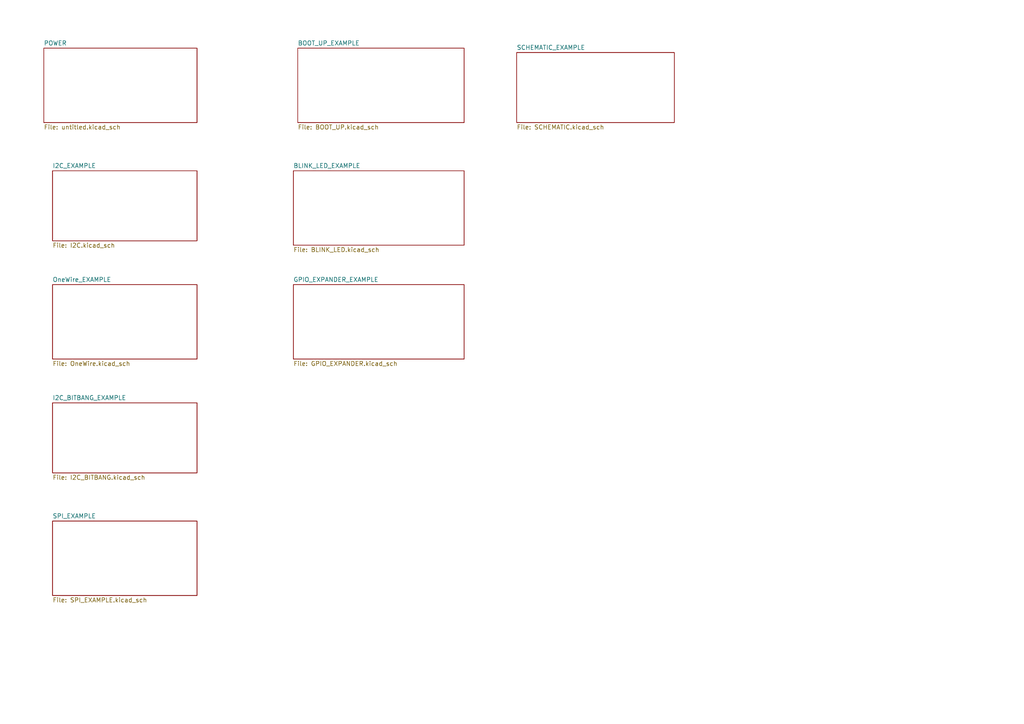
<source format=kicad_sch>
(kicad_sch
	(version 20231120)
	(generator "eeschema")
	(generator_version "8.0")
	(uuid "6c10236c-9e65-4f73-b992-16ce5cc0ca01")
	(paper "A4")
	(lib_symbols)
	(sheet
		(at 86.36 13.97)
		(size 48.26 21.59)
		(fields_autoplaced yes)
		(stroke
			(width 0.1524)
			(type solid)
		)
		(fill
			(color 0 0 0 0.0000)
		)
		(uuid "3c08c7ca-7fd2-4d3a-9697-b70098ffac99")
		(property "Sheetname" "BOOT_UP_EXAMPLE"
			(at 86.36 13.2584 0)
			(effects
				(font
					(size 1.27 1.27)
				)
				(justify left bottom)
			)
		)
		(property "Sheetfile" "BOOT_UP.kicad_sch"
			(at 86.36 36.1446 0)
			(effects
				(font
					(size 1.27 1.27)
				)
				(justify left top)
			)
		)
		(instances
			(project "ATMEGA-SCHEMATICS"
				(path "/6c10236c-9e65-4f73-b992-16ce5cc0ca01"
					(page "7")
				)
			)
		)
	)
	(sheet
		(at 149.86 15.24)
		(size 45.72 20.32)
		(fields_autoplaced yes)
		(stroke
			(width 0.1524)
			(type solid)
		)
		(fill
			(color 0 0 0 0.0000)
		)
		(uuid "44916116-ef18-4855-a07e-96b9ae9a3fa7")
		(property "Sheetname" "SCHEMATIC_EXAMPLE"
			(at 149.86 14.5284 0)
			(effects
				(font
					(size 1.27 1.27)
				)
				(justify left bottom)
			)
		)
		(property "Sheetfile" "SCHEMATIC.kicad_sch"
			(at 149.86 36.1446 0)
			(effects
				(font
					(size 1.27 1.27)
				)
				(justify left top)
			)
		)
		(instances
			(project "ATMEGA-SCHEMATICS"
				(path "/6c10236c-9e65-4f73-b992-16ce5cc0ca01"
					(page "10")
				)
			)
		)
	)
	(sheet
		(at 15.24 116.84)
		(size 41.91 20.32)
		(fields_autoplaced yes)
		(stroke
			(width 0.1524)
			(type solid)
		)
		(fill
			(color 0 0 0 0.0000)
		)
		(uuid "9bf139df-e8f1-4e0c-8a3b-e628f086f728")
		(property "Sheetname" "I2C_BITBANG_EXAMPLE"
			(at 15.24 116.1284 0)
			(effects
				(font
					(size 1.27 1.27)
				)
				(justify left bottom)
			)
		)
		(property "Sheetfile" "I2C_BITBANG.kicad_sch"
			(at 15.24 137.7446 0)
			(effects
				(font
					(size 1.27 1.27)
				)
				(justify left top)
			)
		)
		(instances
			(project "ATMEGA-SCHEMATICS"
				(path "/6c10236c-9e65-4f73-b992-16ce5cc0ca01"
					(page "5")
				)
			)
		)
	)
	(sheet
		(at 15.24 82.55)
		(size 41.91 21.59)
		(fields_autoplaced yes)
		(stroke
			(width 0.1524)
			(type solid)
		)
		(fill
			(color 0 0 0 0.0000)
		)
		(uuid "b118dab5-2898-428e-9f82-60065a76267c")
		(property "Sheetname" "OneWire_EXAMPLE"
			(at 15.24 81.8384 0)
			(effects
				(font
					(size 1.27 1.27)
				)
				(justify left bottom)
			)
		)
		(property "Sheetfile" "OneWire.kicad_sch"
			(at 15.24 104.7246 0)
			(effects
				(font
					(size 1.27 1.27)
				)
				(justify left top)
			)
		)
		(instances
			(project "ATMEGA-SCHEMATICS"
				(path "/6c10236c-9e65-4f73-b992-16ce5cc0ca01"
					(page "4")
				)
			)
		)
	)
	(sheet
		(at 15.24 151.13)
		(size 41.91 21.59)
		(fields_autoplaced yes)
		(stroke
			(width 0.1524)
			(type solid)
		)
		(fill
			(color 0 0 0 0.0000)
		)
		(uuid "b3a44323-ae4f-4cb3-8ccc-a504013c9492")
		(property "Sheetname" "SPI_EXAMPLE"
			(at 15.24 150.4184 0)
			(effects
				(font
					(size 1.27 1.27)
				)
				(justify left bottom)
			)
		)
		(property "Sheetfile" "SPI_EXAMPLE.kicad_sch"
			(at 15.24 173.3046 0)
			(effects
				(font
					(size 1.27 1.27)
				)
				(justify left top)
			)
		)
		(instances
			(project "ATMEGA-SCHEMATICS"
				(path "/6c10236c-9e65-4f73-b992-16ce5cc0ca01"
					(page "6")
				)
			)
		)
	)
	(sheet
		(at 12.7 13.97)
		(size 44.45 21.59)
		(fields_autoplaced yes)
		(stroke
			(width 0.1524)
			(type solid)
		)
		(fill
			(color 0 0 0 0.0000)
		)
		(uuid "cdfc2fdf-d702-4d18-a089-2db595800c58")
		(property "Sheetname" "POWER"
			(at 12.7 13.2584 0)
			(effects
				(font
					(size 1.27 1.27)
				)
				(justify left bottom)
			)
		)
		(property "Sheetfile" "untitled.kicad_sch"
			(at 12.7 36.1446 0)
			(effects
				(font
					(size 1.27 1.27)
				)
				(justify left top)
			)
		)
		(instances
			(project "ATMEGA-SCHEMATICS"
				(path "/6c10236c-9e65-4f73-b992-16ce5cc0ca01"
					(page "2")
				)
			)
		)
	)
	(sheet
		(at 15.24 49.53)
		(size 41.91 20.32)
		(fields_autoplaced yes)
		(stroke
			(width 0.1524)
			(type solid)
		)
		(fill
			(color 0 0 0 0.0000)
		)
		(uuid "d8a2ace4-3918-4919-90fd-ef3bf9aa4f01")
		(property "Sheetname" "I2C_EXAMPLE"
			(at 15.24 48.8184 0)
			(effects
				(font
					(size 1.27 1.27)
				)
				(justify left bottom)
			)
		)
		(property "Sheetfile" "I2C.kicad_sch"
			(at 15.24 70.4346 0)
			(effects
				(font
					(size 1.27 1.27)
				)
				(justify left top)
			)
		)
		(instances
			(project "ATMEGA-SCHEMATICS"
				(path "/6c10236c-9e65-4f73-b992-16ce5cc0ca01"
					(page "3")
				)
			)
		)
	)
	(sheet
		(at 85.09 49.53)
		(size 49.53 21.59)
		(fields_autoplaced yes)
		(stroke
			(width 0.1524)
			(type solid)
		)
		(fill
			(color 0 0 0 0.0000)
		)
		(uuid "e3088f20-9eb7-4928-867e-f443471e423b")
		(property "Sheetname" "BLINK_LED_EXAMPLE"
			(at 85.09 48.8184 0)
			(effects
				(font
					(size 1.27 1.27)
				)
				(justify left bottom)
			)
		)
		(property "Sheetfile" "BLINK_LED.kicad_sch"
			(at 85.09 71.7046 0)
			(effects
				(font
					(size 1.27 1.27)
				)
				(justify left top)
			)
		)
		(instances
			(project "ATMEGA-SCHEMATICS"
				(path "/6c10236c-9e65-4f73-b992-16ce5cc0ca01"
					(page "8")
				)
			)
		)
	)
	(sheet
		(at 85.09 82.55)
		(size 49.53 21.59)
		(fields_autoplaced yes)
		(stroke
			(width 0.1524)
			(type solid)
		)
		(fill
			(color 0 0 0 0.0000)
		)
		(uuid "e745eda9-6d50-4d34-96f5-4da519a5526a")
		(property "Sheetname" "GPIO_EXPANDER_EXAMPLE"
			(at 85.09 81.8384 0)
			(effects
				(font
					(size 1.27 1.27)
				)
				(justify left bottom)
			)
		)
		(property "Sheetfile" "GPIO_EXPANDER.kicad_sch"
			(at 85.09 104.7246 0)
			(effects
				(font
					(size 1.27 1.27)
				)
				(justify left top)
			)
		)
		(instances
			(project "ATMEGA-SCHEMATICS"
				(path "/6c10236c-9e65-4f73-b992-16ce5cc0ca01"
					(page "9")
				)
			)
		)
	)
	(sheet_instances
		(path "/"
			(page "1")
		)
	)
)

</source>
